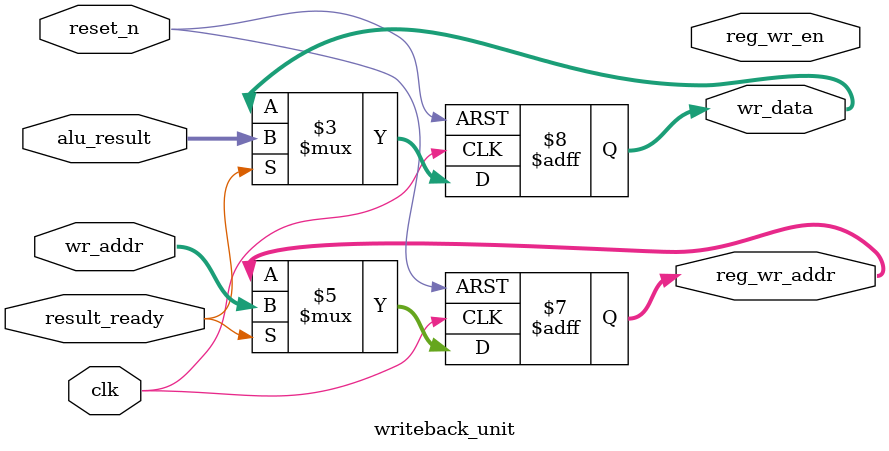
<source format=sv>
`ifndef __WRITEBACK_STAGE_SV__
`define __WRITEBACK_STAGE_SV__


module writeback_unit(
	input logic clk,
	input logic reset_n,

	input bit result_ready,
	input logic [31:0] alu_result,
	input logic [4:0] wr_addr,

	output logic reg_wr_en,
	output logic [4:0] reg_wr_addr,
	output logic [31:0] wr_data
);

	always @(posedge clk or negedge reset_n) begin
		if (!reset_n) begin
			reg_wr_addr <= 0;
			wr_data <= 0;
		end else begin
			if (result_ready) begin
				reg_wr_addr <= wr_addr;
				wr_data <= alu_result;
			end
		end
	end

endmodule

`endif

</source>
